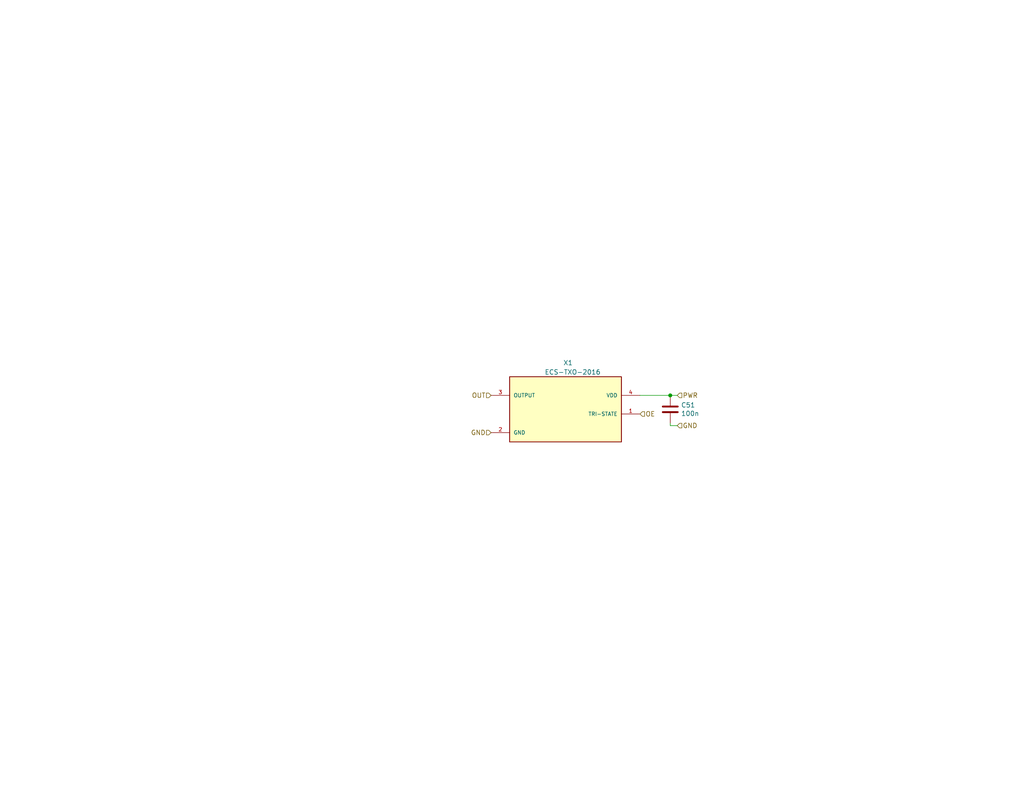
<source format=kicad_sch>
(kicad_sch (version 20231120) (generator "eeschema") (generator_version "8.0")
  (paper "A")
  (title_block (title "10MHz TCXO") (date "2020-05-25"))
  (lib_symbols
    (symbol "Device:C" (pin_numbers hide) (pin_names (offset 0.254))
      (property "Reference" "C" (at 0.635 2.54 0))
      (property "Value" "C" (at 0.635 -2.54 0))
      (symbol "C_0_1"
        (polyline (pts (xy -2.032 -0.762) (xy 2.032 -0.762)) (stroke (width 0.508)))
        (polyline (pts (xy -2.032 0.762) (xy 2.032 0.762)) (stroke (width 0.508)))
      )
      (symbol "C_1_1"
        (pin passive line (at 0 3.81 270) (length 2.794) (name "~") (number "1"))
        (pin passive line (at 0 -3.81 90) (length 2.794) (name "~") (number "2"))
      )
    )
    (symbol "Project:ECS-TXO-2016-33-100-TR" (pin_names (offset 1.016))
      (property "Reference" "Y" (at -15.2838 8.1513 0))
      (property "Value" "ECS-TXO-2016-33-100-TR" (at -15.2592 -12.716 0))
      (symbol "ECS-TXO-2016-33-100-TR_0_0"
        (rectangle (start -15.24 -10.16) (end 15.24 7.62) (stroke (width 0.254)) (fill (type background)))
        (pin input line (at -20.32 -2.54 0) (length 5.08) (name "TRI-STATE") (number "1"))
        (pin power_in line (at 20.32 -7.62 180) (length 5.08) (name "GND") (number "2"))
        (pin output line (at 20.32 2.54 180) (length 5.08) (name "OUTPUT") (number "3"))
        (pin input line (at -20.32 2.54 0) (length 5.08) (name "VDD") (number "4"))
      )
    )
  )
  (junction (at 182.88 107.95))
  (wire (pts (xy 184.785 107.95) (xy 182.88 107.95)))
  (wire (pts (xy 182.88 116.205) (xy 184.785 116.205)))
  (wire (pts (xy 182.88 115.57) (xy 182.88 116.205)))
  (wire (pts (xy 182.88 107.95) (xy 174.625 107.95)))
  (hierarchical_label "GND" (shape input) (at 184.785 116.205 0))
  (hierarchical_label "OE" (shape input) (at 174.625 113.03 0))
  (hierarchical_label "GND" (shape input) (at 133.985 118.11 180))
  (hierarchical_label "PWR" (shape input) (at 184.785 107.95 0))
  (hierarchical_label "OUT" (shape input) (at 133.985 107.95 180))
  (symbol (lib_id "Project:ECS-TXO-2016-33-100-TR") (at 154.305 110.49 0) (mirror y) (unit 1)
    (property "Reference" "X1" (at 153.67 99.06 0) (effects (justify right)))
    (property "Value" "ECS-TXO-2016" (at 148.59 101.6 0) (effects (justify right)))
    (property "Footprint" "Project:OSC_ECS-1618-300-BN-TR" (effects (hide yes)))
    (property "Datasheet" "https://ecsxtal.com/store/pdf/ECS-TXO-2016.pdf" (effects (hide yes)))
    (property "Mfr. #" "ECS-TXO-2016-33-100-TR" (effects (hide yes)))
    (property "Order" "https://www.digikey.com/product-detail/en/ecs-inc/ECS-TXO-2016-33-100-TR/XC3159CT-ND/10244142" (effects (hide yes)))
    (instances (project "" (path "" (reference "X1") (unit 1))) (project "" (path "" (reference "X2") (unit 1))) (project "" (path "" (reference "X1") (unit 1))))
  )
  (symbol (lib_id "Device:C") (at 182.88 111.76 0) (unit 1)
    (property "Reference" "C51" (at 185.801 110.5916 0) (effects (justify left)))
    (property "Value" "100n" (at 185.801 112.903 0) (effects (justify left)))
    (property "Footprint" "Capacitor_SMD:C_0402_1005Metric_Pad0.74x0.62mm_HandSolder" (effects (hide yes)))
    (property "Voltage" "25V" (effects (hide yes)))
    (property "Mfr. #" "CL10B104KA8NNNC" (effects (hide yes)))
    (property "Order" "https://www.digikey.com/product-detail/en/samsung-electro-mechanics/CL10B104KA8NNNC/1276-1006-1-ND/3889092" (effects (hide yes)))
    (instances (project "" (path "" (reference "C51") (unit 1))) (project "" (path "" (reference "C52") (unit 1))) (project "" (path "" (reference "C?") (unit 1)) (path "" (reference "C?") (unit 1)) (path "" (reference "C?") (unit 1)) (path "" (reference "C39") (unit 1))))
  )
)
</source>
